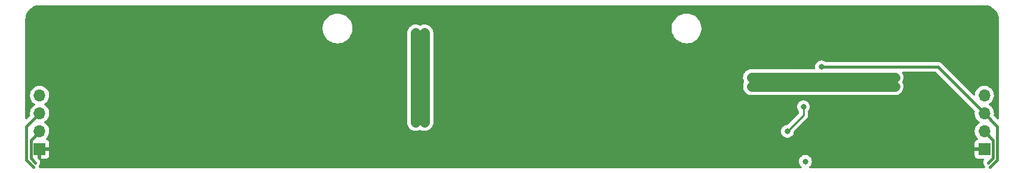
<source format=gbr>
%TF.GenerationSoftware,KiCad,Pcbnew,(6.0.1-0)*%
%TF.CreationDate,2022-02-14T10:28:33+01:00*%
%TF.ProjectId,UV_LED_stencil,55565f4c-4544-45f7-9374-656e63696c2e,V1.0*%
%TF.SameCoordinates,Original*%
%TF.FileFunction,Copper,L2,Bot*%
%TF.FilePolarity,Positive*%
%FSLAX46Y46*%
G04 Gerber Fmt 4.6, Leading zero omitted, Abs format (unit mm)*
G04 Created by KiCad (PCBNEW (6.0.1-0)) date 2022-02-14 10:28:33*
%MOMM*%
%LPD*%
G01*
G04 APERTURE LIST*
%TA.AperFunction,ComponentPad*%
%ADD10R,1.700000X1.700000*%
%TD*%
%TA.AperFunction,ComponentPad*%
%ADD11O,1.700000X1.700000*%
%TD*%
%TA.AperFunction,ViaPad*%
%ADD12C,0.800000*%
%TD*%
%TA.AperFunction,Conductor*%
%ADD13C,1.400000*%
%TD*%
%TA.AperFunction,Conductor*%
%ADD14C,0.400000*%
%TD*%
%TA.AperFunction,Conductor*%
%ADD15C,0.250000*%
%TD*%
G04 APERTURE END LIST*
D10*
%TO.P,J2,1,Pin_1*%
%TO.N,+36V*%
X165075000Y-123180000D03*
D11*
%TO.P,J2,2,Pin_2*%
%TO.N,/TOGGLE*%
X165075000Y-120640000D03*
%TO.P,J2,3,Pin_3*%
%TO.N,/PWM*%
X165075000Y-118100000D03*
%TO.P,J2,4,Pin_4*%
%TO.N,GND*%
X165075000Y-115560000D03*
%TD*%
D10*
%TO.P,J1,1,Pin_1*%
%TO.N,+36V*%
X31115000Y-123180000D03*
D11*
%TO.P,J1,2,Pin_2*%
%TO.N,/TOGGLE*%
X31115000Y-120640000D03*
%TO.P,J1,3,Pin_3*%
%TO.N,/PWM*%
X31115000Y-118100000D03*
%TO.P,J1,4,Pin_4*%
%TO.N,GND*%
X31115000Y-115560000D03*
%TD*%
D12*
%TO.N,GND*%
X148590000Y-114300000D03*
X151130000Y-113030000D03*
X151130000Y-114300000D03*
X85725000Y-107950000D03*
X139700000Y-113030000D03*
X85725000Y-113030000D03*
X85725000Y-118110000D03*
X84455000Y-107950000D03*
X143510000Y-113030000D03*
X84455000Y-111760000D03*
X133350000Y-113030000D03*
X143510000Y-114300000D03*
X84455000Y-119380000D03*
X152400000Y-114300000D03*
X142240000Y-113030000D03*
X134620000Y-113030000D03*
X135890000Y-113030000D03*
X140970000Y-113030000D03*
X134620000Y-114300000D03*
X133350000Y-114300000D03*
X140970000Y-114300000D03*
X84455000Y-118110000D03*
X85725000Y-106680000D03*
X142240000Y-114300000D03*
X85725000Y-119380000D03*
X149860000Y-113030000D03*
X84455000Y-113030000D03*
X132080000Y-113030000D03*
X152400000Y-113030000D03*
X84455000Y-106680000D03*
X135890000Y-114300000D03*
X139700000Y-114300000D03*
X149860000Y-114300000D03*
X85725000Y-111760000D03*
X132080000Y-114300000D03*
%TO.N,/TOGGLE*%
X139700000Y-124930500D03*
%TO.N,/PWM*%
X141986000Y-111506000D03*
%TO.N,Net-(Q1-Pad1)*%
X139429500Y-117172500D03*
X137160000Y-120650000D03*
%TD*%
D13*
%TO.N,GND*%
X85725000Y-119380000D02*
X85725000Y-106680000D01*
X84455000Y-106680000D02*
X84455000Y-119380000D01*
X132080000Y-113030000D02*
X152400000Y-113030000D01*
X152400000Y-114300000D02*
X132080000Y-114300000D01*
D14*
%TO.N,/TOGGLE*%
X29865489Y-124480489D02*
X29865489Y-121889511D01*
X166324511Y-121889511D02*
X166324511Y-124429511D01*
X29865489Y-121889511D02*
X31115000Y-120640000D01*
X166324511Y-124429511D02*
X165659022Y-125095000D01*
X30480000Y-125095000D02*
X29865489Y-124480489D01*
X165075000Y-120640000D02*
X166324511Y-121889511D01*
X31115000Y-120640000D02*
X31115000Y-120650000D01*
%TO.N,/PWM*%
X29210000Y-120005000D02*
X29210000Y-124672850D01*
X141986000Y-111506000D02*
X158481000Y-111506000D01*
X158481000Y-111506000D02*
X165075000Y-118100000D01*
X31115000Y-118100000D02*
X29210000Y-120005000D01*
X166924031Y-124677841D02*
X166924031Y-119949031D01*
X166924031Y-119949031D02*
X165075000Y-118100000D01*
X165871872Y-125730000D02*
X166924031Y-124677841D01*
X29210000Y-124672850D02*
X30267150Y-125730000D01*
D15*
%TO.N,Net-(Q1-Pad1)*%
X137160000Y-120650000D02*
X139429500Y-118380500D01*
X139429500Y-118380500D02*
X139429500Y-117172500D01*
%TD*%
%TA.AperFunction,Conductor*%
%TO.N,+36V*%
G36*
X165070057Y-102744500D02*
G01*
X165084858Y-102746805D01*
X165084861Y-102746805D01*
X165093730Y-102748186D01*
X165109999Y-102746059D01*
X165134567Y-102745266D01*
X165356985Y-102759844D01*
X165373326Y-102761995D01*
X165617824Y-102810629D01*
X165633743Y-102814895D01*
X165869790Y-102895022D01*
X165885017Y-102901329D01*
X166108592Y-103011584D01*
X166122865Y-103019825D01*
X166330133Y-103158316D01*
X166343210Y-103168349D01*
X166530632Y-103332714D01*
X166542286Y-103344368D01*
X166706651Y-103531790D01*
X166716684Y-103544867D01*
X166855175Y-103752135D01*
X166863416Y-103766408D01*
X166973671Y-103989983D01*
X166979978Y-104005210D01*
X167060105Y-104241257D01*
X167064371Y-104257176D01*
X167113005Y-104501673D01*
X167115156Y-104518014D01*
X167129264Y-104733268D01*
X167128239Y-104756304D01*
X167128196Y-104759854D01*
X167126814Y-104768730D01*
X167128454Y-104781270D01*
X167130936Y-104800251D01*
X167132000Y-104816589D01*
X167132000Y-118850840D01*
X167111998Y-118918961D01*
X167058342Y-118965454D01*
X166988068Y-118975558D01*
X166923488Y-118946064D01*
X166916905Y-118939935D01*
X166446383Y-118469413D01*
X166412357Y-118407101D01*
X166410556Y-118363871D01*
X166436092Y-118169908D01*
X166436529Y-118166590D01*
X166438156Y-118100000D01*
X166419852Y-117877361D01*
X166365431Y-117660702D01*
X166276354Y-117455840D01*
X166236906Y-117394862D01*
X166157822Y-117272617D01*
X166157820Y-117272614D01*
X166155014Y-117268277D01*
X166004670Y-117103051D01*
X166000619Y-117099852D01*
X166000615Y-117099848D01*
X165833414Y-116967800D01*
X165833410Y-116967798D01*
X165829359Y-116964598D01*
X165788053Y-116941796D01*
X165738084Y-116891364D01*
X165723312Y-116821921D01*
X165748428Y-116755516D01*
X165775780Y-116728909D01*
X165819603Y-116697650D01*
X165954860Y-116601173D01*
X166113096Y-116443489D01*
X166243453Y-116262077D01*
X166342430Y-116061811D01*
X166407370Y-115848069D01*
X166436529Y-115626590D01*
X166438156Y-115560000D01*
X166419852Y-115337361D01*
X166365431Y-115120702D01*
X166276354Y-114915840D01*
X166155014Y-114728277D01*
X166004670Y-114563051D01*
X166000619Y-114559852D01*
X166000615Y-114559848D01*
X165833414Y-114427800D01*
X165833410Y-114427798D01*
X165829359Y-114424598D01*
X165633789Y-114316638D01*
X165628920Y-114314914D01*
X165628916Y-114314912D01*
X165428087Y-114243795D01*
X165428083Y-114243794D01*
X165423212Y-114242069D01*
X165418119Y-114241162D01*
X165418116Y-114241161D01*
X165208373Y-114203800D01*
X165208367Y-114203799D01*
X165203284Y-114202894D01*
X165129452Y-114201992D01*
X164985081Y-114200228D01*
X164985079Y-114200228D01*
X164979911Y-114200165D01*
X164759091Y-114233955D01*
X164546756Y-114303357D01*
X164348607Y-114406507D01*
X164344474Y-114409610D01*
X164344471Y-114409612D01*
X164254379Y-114477255D01*
X164169965Y-114540635D01*
X164015629Y-114702138D01*
X163889743Y-114886680D01*
X163795688Y-115089305D01*
X163735989Y-115304570D01*
X163735440Y-115309707D01*
X163720120Y-115453062D01*
X163692992Y-115518672D01*
X163634700Y-115559200D01*
X163563750Y-115561779D01*
X163505738Y-115528768D01*
X159002450Y-111025480D01*
X158996596Y-111019215D01*
X158996201Y-111018762D01*
X158958561Y-110975615D01*
X158906280Y-110938871D01*
X158900986Y-110934939D01*
X158856693Y-110900209D01*
X158850718Y-110895524D01*
X158843802Y-110892401D01*
X158841516Y-110891017D01*
X158826835Y-110882643D01*
X158824475Y-110881378D01*
X158818261Y-110877010D01*
X158811182Y-110874250D01*
X158811180Y-110874249D01*
X158758725Y-110853798D01*
X158752656Y-110851247D01*
X158694427Y-110824955D01*
X158686960Y-110823571D01*
X158684405Y-110822770D01*
X158668152Y-110818141D01*
X158665572Y-110817478D01*
X158658491Y-110814718D01*
X158650960Y-110813727D01*
X158650958Y-110813726D01*
X158621339Y-110809827D01*
X158595139Y-110806378D01*
X158588641Y-110805348D01*
X158525814Y-110793704D01*
X158518234Y-110794141D01*
X158518233Y-110794141D01*
X158463608Y-110797291D01*
X158456354Y-110797500D01*
X142597405Y-110797500D01*
X142529284Y-110777498D01*
X142523344Y-110773436D01*
X142448094Y-110718763D01*
X142448093Y-110718762D01*
X142442752Y-110714882D01*
X142436724Y-110712198D01*
X142436722Y-110712197D01*
X142274319Y-110639891D01*
X142274318Y-110639891D01*
X142268288Y-110637206D01*
X142174888Y-110617353D01*
X142087944Y-110598872D01*
X142087939Y-110598872D01*
X142081487Y-110597500D01*
X141890513Y-110597500D01*
X141884061Y-110598872D01*
X141884056Y-110598872D01*
X141797112Y-110617353D01*
X141703712Y-110637206D01*
X141697682Y-110639891D01*
X141697681Y-110639891D01*
X141535278Y-110712197D01*
X141535276Y-110712198D01*
X141529248Y-110714882D01*
X141374747Y-110827134D01*
X141370326Y-110832044D01*
X141370325Y-110832045D01*
X141317227Y-110891017D01*
X141246960Y-110969056D01*
X141151473Y-111134444D01*
X141092458Y-111316072D01*
X141072496Y-111506000D01*
X141073186Y-111512564D01*
X141091029Y-111682329D01*
X141078257Y-111752168D01*
X141029755Y-111804015D01*
X140965719Y-111821500D01*
X132025265Y-111821500D01*
X132022478Y-111821749D01*
X132022472Y-111821749D01*
X131955760Y-111827703D01*
X131865128Y-111835792D01*
X131741269Y-111869676D01*
X131662464Y-111891234D01*
X131662460Y-111891235D01*
X131657048Y-111892716D01*
X131462337Y-111985589D01*
X131287149Y-112111474D01*
X131283242Y-112115506D01*
X131167927Y-112234502D01*
X131137023Y-112266392D01*
X131016703Y-112445447D01*
X130929992Y-112642980D01*
X130879632Y-112852745D01*
X130867214Y-113068113D01*
X130893130Y-113282277D01*
X130894777Y-113287631D01*
X130894778Y-113287635D01*
X130954912Y-113483100D01*
X130956563Y-113488466D01*
X131015594Y-113602837D01*
X131029062Y-113672542D01*
X131015952Y-113715117D01*
X131016703Y-113715447D01*
X130929992Y-113912980D01*
X130879632Y-114122745D01*
X130879309Y-114128350D01*
X130869311Y-114301750D01*
X130867214Y-114338113D01*
X130867889Y-114343691D01*
X130892174Y-114544373D01*
X130893130Y-114552277D01*
X130894777Y-114557631D01*
X130894778Y-114557635D01*
X130946100Y-114724457D01*
X130956563Y-114758466D01*
X131055505Y-114950164D01*
X131058920Y-114954614D01*
X131183415Y-115116860D01*
X131183419Y-115116864D01*
X131186831Y-115121311D01*
X131248384Y-115177320D01*
X131342242Y-115262724D01*
X131342245Y-115262726D01*
X131346389Y-115266497D01*
X131351141Y-115269478D01*
X131524379Y-115378151D01*
X131524383Y-115378153D01*
X131529135Y-115381134D01*
X131729293Y-115461597D01*
X131940537Y-115505344D01*
X131945148Y-115505610D01*
X131945149Y-115505610D01*
X131993452Y-115508395D01*
X131993456Y-115508395D01*
X131995275Y-115508500D01*
X152454735Y-115508500D01*
X152457522Y-115508251D01*
X152457528Y-115508251D01*
X152524240Y-115502297D01*
X152614872Y-115494208D01*
X152741740Y-115459501D01*
X152817536Y-115438766D01*
X152817540Y-115438765D01*
X152822952Y-115437284D01*
X153017663Y-115344411D01*
X153192851Y-115218526D01*
X153292250Y-115115954D01*
X153339074Y-115067636D01*
X153339076Y-115067633D01*
X153342977Y-115063608D01*
X153463297Y-114884553D01*
X153550008Y-114687020D01*
X153600368Y-114477255D01*
X153612786Y-114261887D01*
X153586870Y-114047723D01*
X153543836Y-113907839D01*
X153525088Y-113846900D01*
X153525087Y-113846898D01*
X153523437Y-113841534D01*
X153464406Y-113727163D01*
X153450938Y-113657458D01*
X153464048Y-113614883D01*
X153463297Y-113614553D01*
X153547751Y-113422161D01*
X153550008Y-113417020D01*
X153600368Y-113207255D01*
X153612786Y-112991887D01*
X153586870Y-112777723D01*
X153523437Y-112571534D01*
X153520864Y-112566548D01*
X153434020Y-112398289D01*
X153420551Y-112328582D01*
X153446907Y-112262659D01*
X153504719Y-112221449D01*
X153545986Y-112214500D01*
X158135340Y-112214500D01*
X158203461Y-112234502D01*
X158224435Y-112251405D01*
X163702251Y-117729222D01*
X163736277Y-117791534D01*
X163736915Y-117841231D01*
X163735989Y-117844570D01*
X163712251Y-118066695D01*
X163712548Y-118071848D01*
X163712548Y-118071851D01*
X163718011Y-118166590D01*
X163725110Y-118289715D01*
X163726247Y-118294761D01*
X163726248Y-118294767D01*
X163741822Y-118363871D01*
X163774222Y-118507639D01*
X163812461Y-118601811D01*
X163854581Y-118705540D01*
X163858266Y-118714616D01*
X163883516Y-118755821D01*
X163962161Y-118884157D01*
X163974987Y-118905088D01*
X164121250Y-119073938D01*
X164293126Y-119216632D01*
X164363595Y-119257811D01*
X164366445Y-119259476D01*
X164415169Y-119311114D01*
X164428240Y-119380897D01*
X164401509Y-119446669D01*
X164361055Y-119480027D01*
X164348607Y-119486507D01*
X164344474Y-119489610D01*
X164344471Y-119489612D01*
X164174100Y-119617530D01*
X164169965Y-119620635D01*
X164166393Y-119624373D01*
X164070035Y-119725206D01*
X164015629Y-119782138D01*
X164012715Y-119786410D01*
X164012714Y-119786411D01*
X163997798Y-119808277D01*
X163889743Y-119966680D01*
X163875361Y-119997663D01*
X163819144Y-120118774D01*
X163795688Y-120169305D01*
X163735989Y-120384570D01*
X163712251Y-120606695D01*
X163712548Y-120611848D01*
X163712548Y-120611851D01*
X163718011Y-120706590D01*
X163725110Y-120829715D01*
X163726247Y-120834761D01*
X163726248Y-120834767D01*
X163728826Y-120846206D01*
X163774222Y-121047639D01*
X163858266Y-121254616D01*
X163974987Y-121445088D01*
X164121250Y-121613938D01*
X164125225Y-121617238D01*
X164125231Y-121617244D01*
X164130425Y-121621556D01*
X164170059Y-121680460D01*
X164171555Y-121751441D01*
X164134439Y-121811962D01*
X164094168Y-121836480D01*
X163986946Y-121876676D01*
X163971351Y-121885214D01*
X163869276Y-121961715D01*
X163856715Y-121974276D01*
X163780214Y-122076351D01*
X163771676Y-122091946D01*
X163726522Y-122212394D01*
X163722895Y-122227649D01*
X163717369Y-122278514D01*
X163717000Y-122285328D01*
X163717000Y-122907885D01*
X163721475Y-122923124D01*
X163722865Y-122924329D01*
X163730548Y-122926000D01*
X165203000Y-122926000D01*
X165271121Y-122946002D01*
X165317614Y-122999658D01*
X165329000Y-123052000D01*
X165329000Y-123308000D01*
X165308998Y-123376121D01*
X165255342Y-123422614D01*
X165203000Y-123434000D01*
X163735116Y-123434000D01*
X163719877Y-123438475D01*
X163718672Y-123439865D01*
X163717001Y-123447548D01*
X163717001Y-124074669D01*
X163717371Y-124081490D01*
X163722895Y-124132352D01*
X163726521Y-124147604D01*
X163771676Y-124268054D01*
X163780214Y-124283649D01*
X163856715Y-124385724D01*
X163869276Y-124398285D01*
X163971351Y-124474786D01*
X163986946Y-124483324D01*
X164107394Y-124528478D01*
X164122649Y-124532105D01*
X164173514Y-124537631D01*
X164180328Y-124538000D01*
X164939421Y-124537999D01*
X165007542Y-124558001D01*
X165054035Y-124611657D01*
X165064139Y-124681931D01*
X165048691Y-124725097D01*
X165048546Y-124725282D01*
X164977977Y-124881573D01*
X164946726Y-125050186D01*
X164956598Y-125221385D01*
X165007021Y-125385289D01*
X165095085Y-125532434D01*
X165100422Y-125537827D01*
X165100425Y-125537831D01*
X165126915Y-125564599D01*
X165160613Y-125627089D01*
X165161165Y-125670118D01*
X165161437Y-125670135D01*
X165161211Y-125673723D01*
X165161243Y-125676192D01*
X165159576Y-125685186D01*
X165161800Y-125723747D01*
X165145754Y-125792904D01*
X165094864Y-125842410D01*
X165036009Y-125857000D01*
X140358202Y-125857000D01*
X140290081Y-125836998D01*
X140243588Y-125783342D01*
X140233484Y-125713068D01*
X140262978Y-125648488D01*
X140284141Y-125629064D01*
X140305909Y-125613249D01*
X140305911Y-125613247D01*
X140311253Y-125609366D01*
X140439040Y-125467444D01*
X140534527Y-125302056D01*
X140593542Y-125120428D01*
X140600141Y-125057648D01*
X140612814Y-124937065D01*
X140613504Y-124930500D01*
X140609147Y-124889045D01*
X140594232Y-124747135D01*
X140594232Y-124747133D01*
X140593542Y-124740572D01*
X140534527Y-124558944D01*
X140522435Y-124537999D01*
X140442341Y-124399274D01*
X140439040Y-124393556D01*
X140340080Y-124283649D01*
X140315675Y-124256545D01*
X140315674Y-124256544D01*
X140311253Y-124251634D01*
X140212157Y-124179636D01*
X140162094Y-124143263D01*
X140162093Y-124143262D01*
X140156752Y-124139382D01*
X140150724Y-124136698D01*
X140150722Y-124136697D01*
X139988319Y-124064391D01*
X139988318Y-124064391D01*
X139982288Y-124061706D01*
X139888888Y-124041853D01*
X139801944Y-124023372D01*
X139801939Y-124023372D01*
X139795487Y-124022000D01*
X139604513Y-124022000D01*
X139598061Y-124023372D01*
X139598056Y-124023372D01*
X139511112Y-124041853D01*
X139417712Y-124061706D01*
X139411682Y-124064391D01*
X139411681Y-124064391D01*
X139249278Y-124136697D01*
X139249276Y-124136698D01*
X139243248Y-124139382D01*
X139237907Y-124143262D01*
X139237906Y-124143263D01*
X139187843Y-124179636D01*
X139088747Y-124251634D01*
X139084326Y-124256544D01*
X139084325Y-124256545D01*
X139059921Y-124283649D01*
X138960960Y-124393556D01*
X138957659Y-124399274D01*
X138877566Y-124537999D01*
X138865473Y-124558944D01*
X138806458Y-124740572D01*
X138805768Y-124747133D01*
X138805768Y-124747135D01*
X138790853Y-124889045D01*
X138786496Y-124930500D01*
X138787186Y-124937065D01*
X138799860Y-125057648D01*
X138806458Y-125120428D01*
X138865473Y-125302056D01*
X138960960Y-125467444D01*
X139088747Y-125609366D01*
X139094089Y-125613247D01*
X139094091Y-125613249D01*
X139115859Y-125629064D01*
X139159213Y-125685286D01*
X139165288Y-125756022D01*
X139132157Y-125818814D01*
X139070337Y-125853725D01*
X139041798Y-125857000D01*
X31164328Y-125857000D01*
X31144943Y-125855500D01*
X31130142Y-125853195D01*
X31130139Y-125853195D01*
X31121270Y-125851814D01*
X31112365Y-125852978D01*
X31103396Y-125852869D01*
X31103439Y-125849337D01*
X31050021Y-125840958D01*
X30996965Y-125793783D01*
X30978117Y-125718454D01*
X30979360Y-125700225D01*
X30979360Y-125700221D01*
X30979876Y-125692648D01*
X30976988Y-125676101D01*
X30984980Y-125605556D01*
X31012485Y-125564877D01*
X31033925Y-125543661D01*
X31033930Y-125543655D01*
X31039325Y-125538316D01*
X31128925Y-125392102D01*
X31181063Y-125228735D01*
X31181580Y-125221157D01*
X31192210Y-125065224D01*
X31192210Y-125065220D01*
X31192726Y-125057648D01*
X31163243Y-124888717D01*
X31094315Y-124731695D01*
X31014011Y-124627041D01*
X30906854Y-124519884D01*
X31369000Y-124519884D01*
X31373475Y-124535123D01*
X31374865Y-124536328D01*
X31382548Y-124537999D01*
X32009669Y-124537999D01*
X32016490Y-124537629D01*
X32067352Y-124532105D01*
X32082604Y-124528479D01*
X32203054Y-124483324D01*
X32218649Y-124474786D01*
X32320724Y-124398285D01*
X32333285Y-124385724D01*
X32409786Y-124283649D01*
X32418324Y-124268054D01*
X32463478Y-124147606D01*
X32467105Y-124132351D01*
X32472631Y-124081486D01*
X32473000Y-124074672D01*
X32473000Y-123452115D01*
X32468525Y-123436876D01*
X32467135Y-123435671D01*
X32459452Y-123434000D01*
X31387115Y-123434000D01*
X31371876Y-123438475D01*
X31370671Y-123439865D01*
X31369000Y-123447548D01*
X31369000Y-124519884D01*
X30906854Y-124519884D01*
X30897905Y-124510935D01*
X30863879Y-124448623D01*
X30861000Y-124421840D01*
X30861000Y-123052000D01*
X30881002Y-122983879D01*
X30934658Y-122937386D01*
X30987000Y-122926000D01*
X32454884Y-122926000D01*
X32470123Y-122921525D01*
X32471328Y-122920135D01*
X32472999Y-122912452D01*
X32472999Y-122285331D01*
X32472629Y-122278510D01*
X32467105Y-122227648D01*
X32463479Y-122212396D01*
X32418324Y-122091946D01*
X32409786Y-122076351D01*
X32333285Y-121974276D01*
X32320724Y-121961715D01*
X32218649Y-121885214D01*
X32203054Y-121876676D01*
X32092813Y-121835348D01*
X32036049Y-121792706D01*
X32011349Y-121726145D01*
X32026557Y-121656796D01*
X32048104Y-121628115D01*
X32149430Y-121527144D01*
X32149440Y-121527132D01*
X32153096Y-121523489D01*
X32212594Y-121440689D01*
X32280435Y-121346277D01*
X32283453Y-121342077D01*
X32289983Y-121328866D01*
X32380136Y-121146453D01*
X32380137Y-121146451D01*
X32382430Y-121141811D01*
X32447370Y-120928069D01*
X32476529Y-120706590D01*
X32477912Y-120650000D01*
X136246496Y-120650000D01*
X136247186Y-120656565D01*
X136265385Y-120829715D01*
X136266458Y-120839928D01*
X136325473Y-121021556D01*
X136420960Y-121186944D01*
X136548747Y-121328866D01*
X136703248Y-121441118D01*
X136709276Y-121443802D01*
X136709278Y-121443803D01*
X136871681Y-121516109D01*
X136877712Y-121518794D01*
X136971113Y-121538647D01*
X137058056Y-121557128D01*
X137058061Y-121557128D01*
X137064513Y-121558500D01*
X137255487Y-121558500D01*
X137261939Y-121557128D01*
X137261944Y-121557128D01*
X137348887Y-121538647D01*
X137442288Y-121518794D01*
X137448319Y-121516109D01*
X137610722Y-121443803D01*
X137610724Y-121443802D01*
X137616752Y-121441118D01*
X137771253Y-121328866D01*
X137899040Y-121186944D01*
X137994527Y-121021556D01*
X138053542Y-120839928D01*
X138054616Y-120829715D01*
X138070907Y-120674707D01*
X138097920Y-120609050D01*
X138107122Y-120598782D01*
X139821747Y-118884157D01*
X139830037Y-118876613D01*
X139836518Y-118872500D01*
X139883159Y-118822832D01*
X139885913Y-118819991D01*
X139905635Y-118800269D01*
X139908112Y-118797076D01*
X139915817Y-118788055D01*
X139940659Y-118761600D01*
X139946086Y-118755821D01*
X139949907Y-118748871D01*
X139955846Y-118738068D01*
X139966702Y-118721541D01*
X139974257Y-118711802D01*
X139974258Y-118711800D01*
X139979114Y-118705540D01*
X139996674Y-118664960D01*
X140001891Y-118654312D01*
X140019375Y-118622509D01*
X140019376Y-118622507D01*
X140023195Y-118615560D01*
X140025534Y-118606453D01*
X140028233Y-118595938D01*
X140034637Y-118577234D01*
X140039533Y-118565920D01*
X140039533Y-118565919D01*
X140042681Y-118558645D01*
X140043920Y-118550822D01*
X140043923Y-118550812D01*
X140049599Y-118514976D01*
X140052005Y-118503356D01*
X140061028Y-118468211D01*
X140061028Y-118468210D01*
X140063000Y-118460530D01*
X140063000Y-118440276D01*
X140064551Y-118420565D01*
X140066480Y-118408386D01*
X140067720Y-118400557D01*
X140063559Y-118356538D01*
X140063000Y-118344681D01*
X140063000Y-117875024D01*
X140083002Y-117806903D01*
X140095358Y-117790721D01*
X140168540Y-117709444D01*
X140264027Y-117544056D01*
X140323042Y-117362428D01*
X140332482Y-117272617D01*
X140342314Y-117179065D01*
X140343004Y-117172500D01*
X140323042Y-116982572D01*
X140264027Y-116800944D01*
X140168540Y-116635556D01*
X140137582Y-116601173D01*
X140045175Y-116498545D01*
X140045174Y-116498544D01*
X140040753Y-116493634D01*
X139886252Y-116381382D01*
X139880224Y-116378698D01*
X139880222Y-116378697D01*
X139717819Y-116306391D01*
X139717818Y-116306391D01*
X139711788Y-116303706D01*
X139618388Y-116283853D01*
X139531444Y-116265372D01*
X139531439Y-116265372D01*
X139524987Y-116264000D01*
X139334013Y-116264000D01*
X139327561Y-116265372D01*
X139327556Y-116265372D01*
X139240612Y-116283853D01*
X139147212Y-116303706D01*
X139141182Y-116306391D01*
X139141181Y-116306391D01*
X138978778Y-116378697D01*
X138978776Y-116378698D01*
X138972748Y-116381382D01*
X138818247Y-116493634D01*
X138813826Y-116498544D01*
X138813825Y-116498545D01*
X138721419Y-116601173D01*
X138690460Y-116635556D01*
X138594973Y-116800944D01*
X138535958Y-116982572D01*
X138515996Y-117172500D01*
X138516686Y-117179065D01*
X138526519Y-117272617D01*
X138535958Y-117362428D01*
X138594973Y-117544056D01*
X138690460Y-117709444D01*
X138763637Y-117790715D01*
X138794353Y-117854721D01*
X138796000Y-117875024D01*
X138796000Y-118065906D01*
X138775998Y-118134027D01*
X138759095Y-118155001D01*
X137209500Y-119704595D01*
X137147188Y-119738621D01*
X137120405Y-119741500D01*
X137064513Y-119741500D01*
X137058061Y-119742872D01*
X137058056Y-119742872D01*
X136971112Y-119761353D01*
X136877712Y-119781206D01*
X136871682Y-119783891D01*
X136871681Y-119783891D01*
X136709278Y-119856197D01*
X136709276Y-119856198D01*
X136703248Y-119858882D01*
X136548747Y-119971134D01*
X136544326Y-119976044D01*
X136544325Y-119976045D01*
X136530417Y-119991492D01*
X136420960Y-120113056D01*
X136325473Y-120278444D01*
X136266458Y-120460072D01*
X136265768Y-120466633D01*
X136265768Y-120466635D01*
X136253781Y-120580691D01*
X136246496Y-120650000D01*
X32477912Y-120650000D01*
X32478156Y-120640000D01*
X32459852Y-120417361D01*
X32405431Y-120200702D01*
X32316354Y-119995840D01*
X32195014Y-119808277D01*
X32044670Y-119643051D01*
X32040619Y-119639852D01*
X32040615Y-119639848D01*
X31873414Y-119507800D01*
X31873410Y-119507798D01*
X31869359Y-119504598D01*
X31828053Y-119481796D01*
X31781424Y-119434735D01*
X83246500Y-119434735D01*
X83246749Y-119437522D01*
X83246749Y-119437528D01*
X83249339Y-119466548D01*
X83260792Y-119594872D01*
X83275017Y-119646870D01*
X83312502Y-119783891D01*
X83317716Y-119802952D01*
X83410589Y-119997663D01*
X83536474Y-120172851D01*
X83565214Y-120200702D01*
X83645438Y-120278444D01*
X83691392Y-120322977D01*
X83870447Y-120443297D01*
X83875593Y-120445556D01*
X83875595Y-120445557D01*
X83908661Y-120460072D01*
X84067980Y-120530008D01*
X84277745Y-120580368D01*
X84360788Y-120585156D01*
X84487506Y-120592463D01*
X84487509Y-120592463D01*
X84493113Y-120592786D01*
X84510467Y-120590686D01*
X84701708Y-120567544D01*
X84701709Y-120567544D01*
X84707277Y-120566870D01*
X84712631Y-120565223D01*
X84712635Y-120565222D01*
X84908100Y-120505088D01*
X84908102Y-120505087D01*
X84913466Y-120503437D01*
X85027837Y-120444406D01*
X85097542Y-120430938D01*
X85140117Y-120444048D01*
X85140447Y-120443297D01*
X85337980Y-120530008D01*
X85547745Y-120580368D01*
X85630788Y-120585156D01*
X85757506Y-120592463D01*
X85757509Y-120592463D01*
X85763113Y-120592786D01*
X85780467Y-120590686D01*
X85971708Y-120567544D01*
X85971709Y-120567544D01*
X85977277Y-120566870D01*
X85982631Y-120565223D01*
X85982635Y-120565222D01*
X86178109Y-120505085D01*
X86178108Y-120505085D01*
X86183466Y-120503437D01*
X86340237Y-120422522D01*
X86370183Y-120407066D01*
X86370184Y-120407065D01*
X86375164Y-120404495D01*
X86539437Y-120278444D01*
X86541860Y-120276585D01*
X86541864Y-120276581D01*
X86546311Y-120273169D01*
X86640820Y-120169305D01*
X86687724Y-120117758D01*
X86687726Y-120117755D01*
X86691497Y-120113611D01*
X86694924Y-120108148D01*
X86803151Y-119935621D01*
X86803153Y-119935617D01*
X86806134Y-119930865D01*
X86886597Y-119730707D01*
X86930344Y-119519463D01*
X86930610Y-119514851D01*
X86933395Y-119466548D01*
X86933395Y-119466544D01*
X86933500Y-119464725D01*
X86933500Y-106625265D01*
X86930824Y-106595275D01*
X86921297Y-106488534D01*
X86919208Y-106465128D01*
X86862284Y-106257048D01*
X86824438Y-106177703D01*
X120745743Y-106177703D01*
X120783268Y-106462734D01*
X120784401Y-106466874D01*
X120784401Y-106466876D01*
X120788035Y-106480159D01*
X120859129Y-106740036D01*
X120971923Y-107004476D01*
X121119561Y-107251161D01*
X121299313Y-107475528D01*
X121507851Y-107673423D01*
X121741317Y-107841186D01*
X121745112Y-107843195D01*
X121745113Y-107843196D01*
X121766869Y-107854715D01*
X121995392Y-107975712D01*
X122265373Y-108074511D01*
X122546264Y-108135755D01*
X122574841Y-108138004D01*
X122769282Y-108153307D01*
X122769291Y-108153307D01*
X122771739Y-108153500D01*
X122927271Y-108153500D01*
X122929407Y-108153354D01*
X122929418Y-108153354D01*
X123137548Y-108139165D01*
X123137554Y-108139164D01*
X123141825Y-108138873D01*
X123146020Y-108138004D01*
X123146022Y-108138004D01*
X123282584Y-108109723D01*
X123423342Y-108080574D01*
X123694343Y-107984607D01*
X123949812Y-107852750D01*
X123953313Y-107850289D01*
X123953317Y-107850287D01*
X124067417Y-107770096D01*
X124185023Y-107687441D01*
X124395622Y-107491740D01*
X124577713Y-107269268D01*
X124727927Y-107024142D01*
X124843483Y-106760898D01*
X124922244Y-106484406D01*
X124962751Y-106199784D01*
X124962845Y-106181951D01*
X124964235Y-105916583D01*
X124964235Y-105916576D01*
X124964257Y-105912297D01*
X124961547Y-105891708D01*
X124930899Y-105658920D01*
X124926732Y-105627266D01*
X124850871Y-105349964D01*
X124738077Y-105085524D01*
X124590439Y-104838839D01*
X124410687Y-104614472D01*
X124202149Y-104416577D01*
X123968683Y-104248814D01*
X123946843Y-104237250D01*
X123923654Y-104224972D01*
X123714608Y-104114288D01*
X123444627Y-104015489D01*
X123163736Y-103954245D01*
X123132685Y-103951801D01*
X122940718Y-103936693D01*
X122940709Y-103936693D01*
X122938261Y-103936500D01*
X122782729Y-103936500D01*
X122780593Y-103936646D01*
X122780582Y-103936646D01*
X122572452Y-103950835D01*
X122572446Y-103950836D01*
X122568175Y-103951127D01*
X122563980Y-103951996D01*
X122563978Y-103951996D01*
X122427417Y-103980276D01*
X122286658Y-104009426D01*
X122015657Y-104105393D01*
X121760188Y-104237250D01*
X121756687Y-104239711D01*
X121756683Y-104239713D01*
X121740167Y-104251321D01*
X121524977Y-104402559D01*
X121314378Y-104598260D01*
X121132287Y-104820732D01*
X120982073Y-105065858D01*
X120866517Y-105329102D01*
X120787756Y-105605594D01*
X120784672Y-105627266D01*
X120748242Y-105883242D01*
X120747249Y-105890216D01*
X120747227Y-105894505D01*
X120747226Y-105894512D01*
X120746022Y-106124379D01*
X120745743Y-106177703D01*
X86824438Y-106177703D01*
X86769411Y-106062337D01*
X86643526Y-105887149D01*
X86488608Y-105737023D01*
X86325272Y-105627266D01*
X86314214Y-105619835D01*
X86314213Y-105619835D01*
X86309553Y-105616703D01*
X86112020Y-105529992D01*
X85902255Y-105479632D01*
X85819212Y-105474844D01*
X85692494Y-105467537D01*
X85692491Y-105467537D01*
X85686887Y-105467214D01*
X85681309Y-105467889D01*
X85478292Y-105492456D01*
X85478291Y-105492456D01*
X85472723Y-105493130D01*
X85467369Y-105494777D01*
X85467365Y-105494778D01*
X85271900Y-105554912D01*
X85271898Y-105554913D01*
X85266534Y-105556563D01*
X85152163Y-105615594D01*
X85082458Y-105629062D01*
X85039883Y-105615952D01*
X85039553Y-105616703D01*
X84842020Y-105529992D01*
X84632255Y-105479632D01*
X84549212Y-105474844D01*
X84422494Y-105467537D01*
X84422491Y-105467537D01*
X84416887Y-105467214D01*
X84411309Y-105467889D01*
X84208292Y-105492456D01*
X84208291Y-105492456D01*
X84202723Y-105493130D01*
X84197369Y-105494777D01*
X84197365Y-105494778D01*
X84027244Y-105547115D01*
X83996534Y-105556563D01*
X83991553Y-105559134D01*
X83851303Y-105631522D01*
X83804836Y-105655505D01*
X83737997Y-105706792D01*
X83638140Y-105783415D01*
X83638136Y-105783419D01*
X83633689Y-105786831D01*
X83629914Y-105790980D01*
X83523390Y-105908049D01*
X83488503Y-105946389D01*
X83485522Y-105951141D01*
X83415769Y-106062337D01*
X83373866Y-106129135D01*
X83293403Y-106329293D01*
X83249656Y-106540537D01*
X83246500Y-106595275D01*
X83246500Y-119434735D01*
X31781424Y-119434735D01*
X31778084Y-119431364D01*
X31763312Y-119361921D01*
X31788428Y-119295516D01*
X31815780Y-119268909D01*
X31859603Y-119237650D01*
X31994860Y-119141173D01*
X32153096Y-118983489D01*
X32166056Y-118965454D01*
X32280435Y-118806277D01*
X32283453Y-118802077D01*
X32319383Y-118729379D01*
X32380136Y-118606453D01*
X32380137Y-118606451D01*
X32382430Y-118601811D01*
X32434522Y-118430358D01*
X32445865Y-118393023D01*
X32445865Y-118393021D01*
X32447370Y-118388069D01*
X32476529Y-118166590D01*
X32478156Y-118100000D01*
X32459852Y-117877361D01*
X32405431Y-117660702D01*
X32316354Y-117455840D01*
X32276906Y-117394862D01*
X32197822Y-117272617D01*
X32197820Y-117272614D01*
X32195014Y-117268277D01*
X32044670Y-117103051D01*
X32040619Y-117099852D01*
X32040615Y-117099848D01*
X31873414Y-116967800D01*
X31873410Y-116967798D01*
X31869359Y-116964598D01*
X31828053Y-116941796D01*
X31778084Y-116891364D01*
X31763312Y-116821921D01*
X31788428Y-116755516D01*
X31815780Y-116728909D01*
X31859603Y-116697650D01*
X31994860Y-116601173D01*
X32153096Y-116443489D01*
X32283453Y-116262077D01*
X32382430Y-116061811D01*
X32447370Y-115848069D01*
X32476529Y-115626590D01*
X32478156Y-115560000D01*
X32459852Y-115337361D01*
X32405431Y-115120702D01*
X32316354Y-114915840D01*
X32195014Y-114728277D01*
X32044670Y-114563051D01*
X32040619Y-114559852D01*
X32040615Y-114559848D01*
X31873414Y-114427800D01*
X31873410Y-114427798D01*
X31869359Y-114424598D01*
X31673789Y-114316638D01*
X31668920Y-114314914D01*
X31668916Y-114314912D01*
X31468087Y-114243795D01*
X31468083Y-114243794D01*
X31463212Y-114242069D01*
X31458119Y-114241162D01*
X31458116Y-114241161D01*
X31248373Y-114203800D01*
X31248367Y-114203799D01*
X31243284Y-114202894D01*
X31169452Y-114201992D01*
X31025081Y-114200228D01*
X31025079Y-114200228D01*
X31019911Y-114200165D01*
X30799091Y-114233955D01*
X30586756Y-114303357D01*
X30388607Y-114406507D01*
X30384474Y-114409610D01*
X30384471Y-114409612D01*
X30294379Y-114477255D01*
X30209965Y-114540635D01*
X30055629Y-114702138D01*
X29929743Y-114886680D01*
X29835688Y-115089305D01*
X29775989Y-115304570D01*
X29752251Y-115526695D01*
X29752548Y-115531848D01*
X29752548Y-115531851D01*
X29758011Y-115626590D01*
X29765110Y-115749715D01*
X29766247Y-115754761D01*
X29766248Y-115754767D01*
X29786119Y-115842939D01*
X29814222Y-115967639D01*
X29898266Y-116174616D01*
X29900965Y-116179020D01*
X29979018Y-116306391D01*
X30014987Y-116365088D01*
X30161250Y-116533938D01*
X30333126Y-116676632D01*
X30403595Y-116717811D01*
X30406445Y-116719476D01*
X30455169Y-116771114D01*
X30468240Y-116840897D01*
X30441509Y-116906669D01*
X30401055Y-116940027D01*
X30388607Y-116946507D01*
X30384474Y-116949610D01*
X30384471Y-116949612D01*
X30214100Y-117077530D01*
X30209965Y-117080635D01*
X30055629Y-117242138D01*
X29929743Y-117426680D01*
X29835688Y-117629305D01*
X29775989Y-117844570D01*
X29752251Y-118066695D01*
X29752548Y-118071848D01*
X29752548Y-118071851D01*
X29758011Y-118166590D01*
X29765110Y-118289715D01*
X29766247Y-118294761D01*
X29766248Y-118294767D01*
X29778946Y-118351110D01*
X29774410Y-118421962D01*
X29745124Y-118467906D01*
X29298095Y-118914935D01*
X29235783Y-118948961D01*
X29164968Y-118943896D01*
X29108132Y-118901349D01*
X29083321Y-118834829D01*
X29083000Y-118825840D01*
X29083000Y-106177703D01*
X71250743Y-106177703D01*
X71288268Y-106462734D01*
X71289401Y-106466874D01*
X71289401Y-106466876D01*
X71293035Y-106480159D01*
X71364129Y-106740036D01*
X71476923Y-107004476D01*
X71624561Y-107251161D01*
X71804313Y-107475528D01*
X72012851Y-107673423D01*
X72246317Y-107841186D01*
X72250112Y-107843195D01*
X72250113Y-107843196D01*
X72271869Y-107854715D01*
X72500392Y-107975712D01*
X72770373Y-108074511D01*
X73051264Y-108135755D01*
X73079841Y-108138004D01*
X73274282Y-108153307D01*
X73274291Y-108153307D01*
X73276739Y-108153500D01*
X73432271Y-108153500D01*
X73434407Y-108153354D01*
X73434418Y-108153354D01*
X73642548Y-108139165D01*
X73642554Y-108139164D01*
X73646825Y-108138873D01*
X73651020Y-108138004D01*
X73651022Y-108138004D01*
X73787584Y-108109723D01*
X73928342Y-108080574D01*
X74199343Y-107984607D01*
X74454812Y-107852750D01*
X74458313Y-107850289D01*
X74458317Y-107850287D01*
X74572417Y-107770096D01*
X74690023Y-107687441D01*
X74900622Y-107491740D01*
X75082713Y-107269268D01*
X75232927Y-107024142D01*
X75348483Y-106760898D01*
X75427244Y-106484406D01*
X75467751Y-106199784D01*
X75467845Y-106181951D01*
X75469235Y-105916583D01*
X75469235Y-105916576D01*
X75469257Y-105912297D01*
X75466547Y-105891708D01*
X75435899Y-105658920D01*
X75431732Y-105627266D01*
X75355871Y-105349964D01*
X75243077Y-105085524D01*
X75095439Y-104838839D01*
X74915687Y-104614472D01*
X74707149Y-104416577D01*
X74473683Y-104248814D01*
X74451843Y-104237250D01*
X74428654Y-104224972D01*
X74219608Y-104114288D01*
X73949627Y-104015489D01*
X73668736Y-103954245D01*
X73637685Y-103951801D01*
X73445718Y-103936693D01*
X73445709Y-103936693D01*
X73443261Y-103936500D01*
X73287729Y-103936500D01*
X73285593Y-103936646D01*
X73285582Y-103936646D01*
X73077452Y-103950835D01*
X73077446Y-103950836D01*
X73073175Y-103951127D01*
X73068980Y-103951996D01*
X73068978Y-103951996D01*
X72932417Y-103980276D01*
X72791658Y-104009426D01*
X72520657Y-104105393D01*
X72265188Y-104237250D01*
X72261687Y-104239711D01*
X72261683Y-104239713D01*
X72245167Y-104251321D01*
X72029977Y-104402559D01*
X71819378Y-104598260D01*
X71637287Y-104820732D01*
X71487073Y-105065858D01*
X71371517Y-105329102D01*
X71292756Y-105605594D01*
X71289672Y-105627266D01*
X71253242Y-105883242D01*
X71252249Y-105890216D01*
X71252227Y-105894505D01*
X71252226Y-105894512D01*
X71251022Y-106124379D01*
X71250743Y-106177703D01*
X29083000Y-106177703D01*
X29083000Y-104824328D01*
X29084500Y-104804943D01*
X29086805Y-104790142D01*
X29086805Y-104790139D01*
X29088186Y-104781270D01*
X29086059Y-104765001D01*
X29085266Y-104740433D01*
X29099844Y-104518015D01*
X29101995Y-104501674D01*
X29150629Y-104257176D01*
X29154895Y-104241257D01*
X29235022Y-104005210D01*
X29241329Y-103989983D01*
X29351584Y-103766408D01*
X29359825Y-103752135D01*
X29498316Y-103544867D01*
X29508349Y-103531790D01*
X29672714Y-103344368D01*
X29684368Y-103332714D01*
X29871790Y-103168349D01*
X29884867Y-103158316D01*
X30092135Y-103019825D01*
X30106408Y-103011584D01*
X30329983Y-102901329D01*
X30345210Y-102895022D01*
X30581257Y-102814895D01*
X30597176Y-102810629D01*
X30841673Y-102761995D01*
X30858014Y-102759844D01*
X31073268Y-102745736D01*
X31096304Y-102746761D01*
X31099854Y-102746804D01*
X31108730Y-102748186D01*
X31140252Y-102744064D01*
X31156589Y-102743000D01*
X165050672Y-102743000D01*
X165070057Y-102744500D01*
G37*
%TD.AperFunction*%
%TD*%
M02*

</source>
